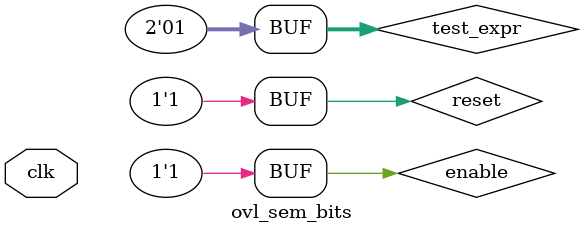
<source format=sv>
module ovl_sem_bits(input logic clk);
  logic reset = 1'b1;
  logic enable = 1'b1;
`ifdef FAIL
  logic [1:0] test_expr = 2'b11;
`else
  logic [1:0] test_expr = 2'b01;
`endif

  ovl_bits #(
      .width(2),
      .min(1),
      .max(1),
      .asserted(1)) dut (
      .clock(clk),
      .reset(reset),
      .enable(enable),
      .test_expr(test_expr),
      .fire());
endmodule

</source>
